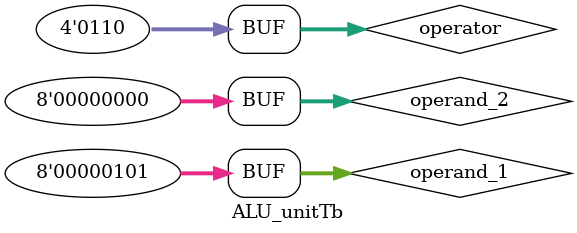
<source format=v>
 module ALU_unitTb;
   reg [7:0] operand_1;
	reg [7:0] operand_2;
	reg [3:0] operator;
   wire [7:0] Answer1;
	wire [7:0] Answer2;

	arithmetic_logical_unit uut (
		.operand_1(operand_1), .operand_2(operand_2), 
		.operator(operator), 
		.Answer1(Answer1), .Answer2(Answer2)
	);

	initial begin
		operand_1 = 8'd6; operand_2 = 8'd5; operator = 4'd0; #50
		operand_1 = 8'd6; operand_2 = 8'd5; operator = 4'd1; #50
		operand_1 = 8'd6; operand_2 = 8'd5; operator = 4'd2; #50
		operand_1 = 8'd6; operand_2 = 8'd5; operator = 4'd3; #50
		operand_1 = 8'd8; operand_2 = 8'd5; operator = 4'd4; #50
		operand_1 = 8'd6; operand_2 = 8'd5; operator = 4'd5; #50
		operand_1 = 8'd6; operand_2 = 8'd5; operator = 4'd6; #50
		operand_1 = 8'd16; operand_2 = 8'd51; operator = 4'd0; #50
		operand_1 = 8'd20; operand_2 = 8'd8; operator = 4'd1; #50
		operand_1 = 8'd23; operand_2 = 8'd55; operator = 4'd2; #50
		operand_1 = 8'd56; operand_2 = 8'd90; operator = 4'd3; #50
		operand_1 = 8'd09; operand_2 = 8'd3; operator = 4'd4; #50
		operand_1 = 8'd2; operand_2 = 8'd1; operator = 4'd5; #50
		operand_1 = 8'd5; operand_2 = 8'd0; operator = 4'd6; #50

		#100;
     

	end
      
endmodule

</source>
